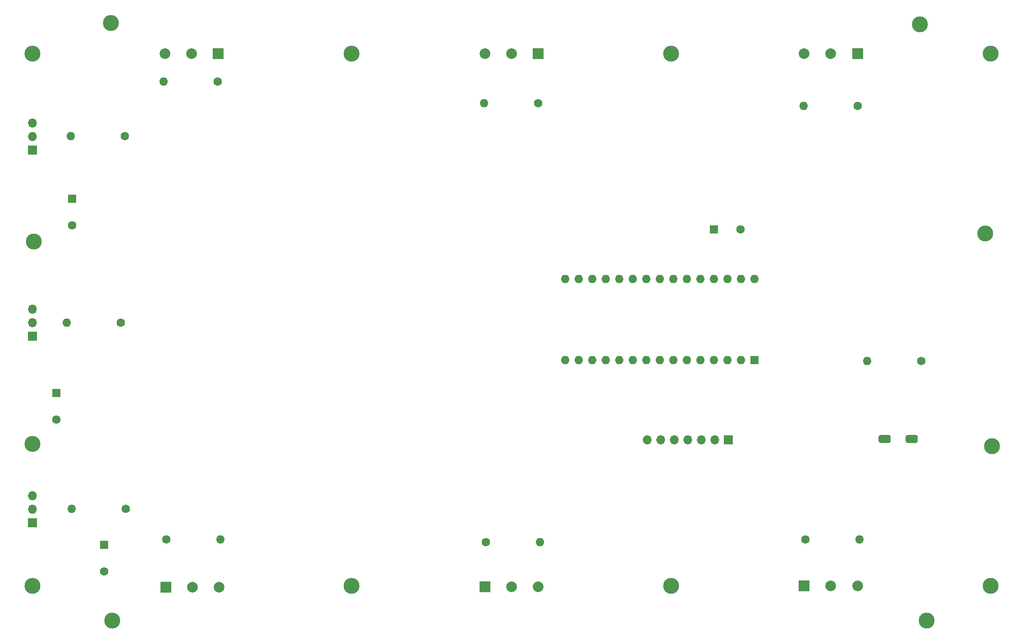
<source format=gbr>
%TF.GenerationSoftware,KiCad,Pcbnew,8.0.3*%
%TF.CreationDate,2024-11-03T12:34:39-05:00*%
%TF.ProjectId,toy,746f792e-6b69-4636-9164-5f7063625858,rev?*%
%TF.SameCoordinates,Original*%
%TF.FileFunction,Soldermask,Top*%
%TF.FilePolarity,Negative*%
%FSLAX46Y46*%
G04 Gerber Fmt 4.6, Leading zero omitted, Abs format (unit mm)*
G04 Created by KiCad (PCBNEW 8.0.3) date 2024-11-03 12:34:39*
%MOMM*%
%LPD*%
G01*
G04 APERTURE LIST*
G04 Aperture macros list*
%AMRoundRect*
0 Rectangle with rounded corners*
0 $1 Rounding radius*
0 $2 $3 $4 $5 $6 $7 $8 $9 X,Y pos of 4 corners*
0 Add a 4 corners polygon primitive as box body*
4,1,4,$2,$3,$4,$5,$6,$7,$8,$9,$2,$3,0*
0 Add four circle primitives for the rounded corners*
1,1,$1+$1,$2,$3*
1,1,$1+$1,$4,$5*
1,1,$1+$1,$6,$7*
1,1,$1+$1,$8,$9*
0 Add four rect primitives between the rounded corners*
20,1,$1+$1,$2,$3,$4,$5,0*
20,1,$1+$1,$4,$5,$6,$7,0*
20,1,$1+$1,$6,$7,$8,$9,0*
20,1,$1+$1,$8,$9,$2,$3,0*%
G04 Aperture macros list end*
%ADD10C,3.000000*%
%ADD11R,2.000000X2.000000*%
%ADD12C,2.000000*%
%ADD13C,1.600000*%
%ADD14O,1.600000X1.600000*%
%ADD15R,1.600000X1.600000*%
%ADD16R,1.700000X1.700000*%
%ADD17O,1.700000X1.700000*%
%ADD18RoundRect,0.381000X0.762000X0.381000X-0.762000X0.381000X-0.762000X-0.381000X0.762000X-0.381000X0*%
G04 APERTURE END LIST*
D10*
%TO.C,REF\u002A\u002A*%
X226750000Y-114750000D03*
%TD*%
%TO.C,REF\u002A\u002A*%
X225500000Y-74750000D03*
%TD*%
%TO.C,REF\u002A\u002A*%
X46500000Y-114250000D03*
%TD*%
%TO.C,REF\u002A\u002A*%
X46750000Y-76250000D03*
%TD*%
D11*
%TO.C,U7*%
X201500000Y-41000000D03*
D12*
X196500000Y-41000000D03*
X191500000Y-41000000D03*
%TD*%
D11*
%TO.C,U6*%
X191500000Y-141000000D03*
D12*
X196500000Y-141000000D03*
X201500000Y-141000000D03*
%TD*%
D13*
%TO.C,R10*%
X201580000Y-50750000D03*
D14*
X191420000Y-50750000D03*
%TD*%
D13*
%TO.C,R9*%
X191750000Y-132250000D03*
D14*
X201910000Y-132250000D03*
%TD*%
D10*
%TO.C,REF\u002A\u002A*%
X61250000Y-35250000D03*
%TD*%
%TO.C,REF\u002A\u002A*%
X213250000Y-35500000D03*
%TD*%
%TO.C,REF\u002A\u002A*%
X214500000Y-147500000D03*
%TD*%
%TO.C,REF\u002A\u002A*%
X61500000Y-147500000D03*
%TD*%
D13*
%TO.C,R8*%
X63910000Y-56500000D03*
D14*
X53750000Y-56500000D03*
%TD*%
%TO.C,R7*%
X53920000Y-126500000D03*
D13*
X64080000Y-126500000D03*
%TD*%
D14*
%TO.C,R6*%
X52920000Y-91500000D03*
D13*
X63080000Y-91500000D03*
%TD*%
D15*
%TO.C,C4*%
X50975000Y-104695000D03*
D13*
X50975000Y-109695000D03*
%TD*%
D15*
%TO.C,C3*%
X174500000Y-74000000D03*
D13*
X179500000Y-74000000D03*
%TD*%
D15*
%TO.C,C2*%
X60000000Y-133250000D03*
D13*
X60000000Y-138250000D03*
%TD*%
D15*
%TO.C,C1*%
X54000000Y-68250000D03*
D13*
X54000000Y-73250000D03*
%TD*%
D11*
%TO.C,U4*%
X141500000Y-41000000D03*
D12*
X136500000Y-41000000D03*
X131500000Y-41000000D03*
%TD*%
D11*
%TO.C,U1*%
X81410000Y-41000000D03*
D12*
X76410000Y-41000000D03*
X71410000Y-41000000D03*
%TD*%
D16*
%TO.C,J4*%
X46500000Y-59080000D03*
D17*
X46500000Y-56540000D03*
X46500000Y-54000000D03*
%TD*%
D11*
%TO.C,U3*%
X131500000Y-141137500D03*
D12*
X136500000Y-141137500D03*
X141500000Y-141137500D03*
%TD*%
D10*
%TO.C,REF\u002A\u002A*%
X166500000Y-141000000D03*
%TD*%
D17*
%TO.C,J2*%
X46475000Y-88945000D03*
X46475000Y-91485000D03*
D16*
X46475000Y-94025000D03*
%TD*%
D10*
%TO.C,REF\u002A\u002A*%
X106500000Y-141000000D03*
%TD*%
D11*
%TO.C,U2*%
X71557500Y-141250000D03*
D12*
X76557500Y-141250000D03*
X81557500Y-141250000D03*
%TD*%
D10*
%TO.C,REF\u002A\u002A*%
X226500000Y-41000000D03*
%TD*%
%TO.C,REF\u002A\u002A*%
X166500000Y-41000000D03*
%TD*%
D16*
%TO.C,J3*%
X46500000Y-129080000D03*
D17*
X46500000Y-126540000D03*
X46500000Y-124000000D03*
%TD*%
D10*
%TO.C,REF\u002A\u002A*%
X46500000Y-141000000D03*
%TD*%
%TO.C,REF\u002A\u002A*%
X46500000Y-41000000D03*
%TD*%
%TO.C,REF\u002A\u002A*%
X226500000Y-141000000D03*
%TD*%
%TO.C,REF\u002A\u002A*%
X106500000Y-41000000D03*
%TD*%
D15*
%TO.C,A1*%
X182160000Y-98500000D03*
D14*
X179620000Y-98500000D03*
X177080000Y-98500000D03*
X174540000Y-98500000D03*
X172000000Y-98500000D03*
X169460000Y-98500000D03*
X166920000Y-98500000D03*
X164380000Y-98500000D03*
X161840000Y-98500000D03*
X159300000Y-98500000D03*
X156760000Y-98500000D03*
X154220000Y-98500000D03*
X151680000Y-98500000D03*
X149140000Y-98500000D03*
X146600000Y-98500000D03*
X146600000Y-83260000D03*
X149140000Y-83260000D03*
X151680000Y-83260000D03*
X154220000Y-83260000D03*
X156760000Y-83260000D03*
X159300000Y-83260000D03*
X161840000Y-83260000D03*
X164380000Y-83260000D03*
X166920000Y-83260000D03*
X169460000Y-83260000D03*
X172000000Y-83260000D03*
X174540000Y-83260000D03*
X177080000Y-83260000D03*
X179620000Y-83260000D03*
X182160000Y-83260000D03*
%TD*%
D13*
%TO.C,R2*%
X71670000Y-132250000D03*
D14*
X81830000Y-132250000D03*
%TD*%
D13*
%TO.C,R4*%
X141500000Y-50250000D03*
D14*
X131340000Y-50250000D03*
%TD*%
D13*
%TO.C,R3*%
X131670000Y-132750000D03*
D14*
X141830000Y-132750000D03*
%TD*%
D18*
%TO.C,U5*%
X211670000Y-113348172D03*
X206590000Y-113348172D03*
%TD*%
D16*
%TO.C,J1*%
X177200000Y-113500000D03*
D17*
X174660000Y-113500000D03*
X172120000Y-113500000D03*
X169580000Y-113500000D03*
X167040000Y-113500000D03*
X164500000Y-113500000D03*
X161960000Y-113500000D03*
%TD*%
D13*
%TO.C,R1*%
X81330000Y-46250000D03*
D14*
X71170000Y-46250000D03*
%TD*%
D13*
%TO.C,R5*%
X213500000Y-98688172D03*
D14*
X203340000Y-98688172D03*
%TD*%
M02*

</source>
